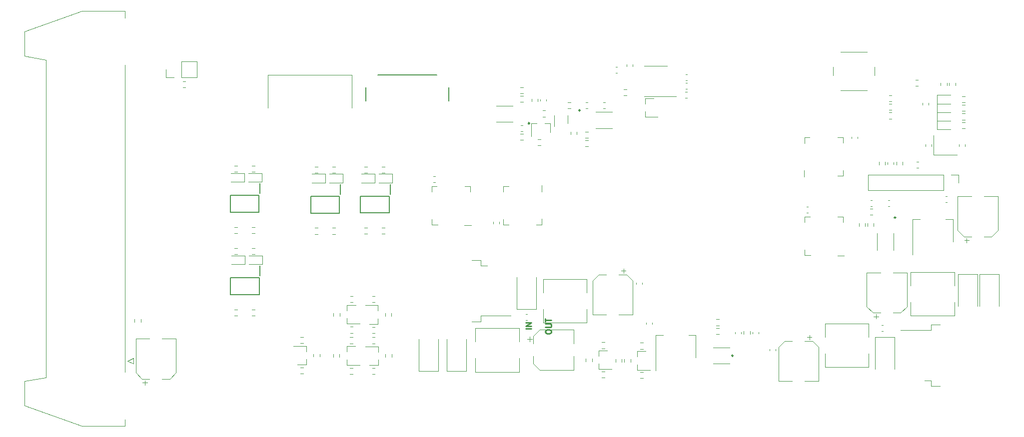
<source format=gbr>
%TF.GenerationSoftware,KiCad,Pcbnew,(6.0.2)*%
%TF.CreationDate,2022-06-14T20:32:41+02:00*%
%TF.ProjectId,SB-Spoko Bezpieczniki,53422d53-706f-46b6-9f20-42657a706965,rev?*%
%TF.SameCoordinates,Original*%
%TF.FileFunction,Legend,Top*%
%TF.FilePolarity,Positive*%
%FSLAX46Y46*%
G04 Gerber Fmt 4.6, Leading zero omitted, Abs format (unit mm)*
G04 Created by KiCad (PCBNEW (6.0.2)) date 2022-06-14 20:32:41*
%MOMM*%
%LPD*%
G01*
G04 APERTURE LIST*
%ADD10C,0.250000*%
%ADD11C,0.120000*%
%ADD12C,0.100000*%
%ADD13C,0.200000*%
G04 APERTURE END LIST*
D10*
X169882380Y-118656309D02*
X168882380Y-118656309D01*
X169882380Y-118180119D02*
X168882380Y-118180119D01*
X169882380Y-117608690D01*
X168882380Y-117608690D01*
X172242380Y-119232500D02*
X172242380Y-119042023D01*
X172290000Y-118946785D01*
X172385238Y-118851547D01*
X172575714Y-118803928D01*
X172909047Y-118803928D01*
X173099523Y-118851547D01*
X173194761Y-118946785D01*
X173242380Y-119042023D01*
X173242380Y-119232500D01*
X173194761Y-119327738D01*
X173099523Y-119422976D01*
X172909047Y-119470595D01*
X172575714Y-119470595D01*
X172385238Y-119422976D01*
X172290000Y-119327738D01*
X172242380Y-119232500D01*
X172242380Y-118375357D02*
X173051904Y-118375357D01*
X173147142Y-118327738D01*
X173194761Y-118280119D01*
X173242380Y-118184880D01*
X173242380Y-117994404D01*
X173194761Y-117899166D01*
X173147142Y-117851547D01*
X173051904Y-117803928D01*
X172242380Y-117803928D01*
X172242380Y-117470595D02*
X172242380Y-116899166D01*
X173242380Y-117184880D02*
X172242380Y-117184880D01*
D11*
%TO.C,C1*%
X164410000Y-100820580D02*
X164410000Y-100539420D01*
X163390000Y-100820580D02*
X163390000Y-100539420D01*
%TO.C,C2*%
X168909420Y-117210000D02*
X169190580Y-117210000D01*
X168909420Y-116190000D02*
X169190580Y-116190000D01*
%TO.C,C3*%
X229470580Y-119010000D02*
X229189420Y-119010000D01*
X229470580Y-117990000D02*
X229189420Y-117990000D01*
%TO.C,C7*%
X211250000Y-122079420D02*
X211250000Y-122360580D01*
X210230000Y-122079420D02*
X210230000Y-122360580D01*
%TO.C,FB1*%
X196282779Y-78450000D02*
X195957221Y-78450000D01*
X196282779Y-79470000D02*
X195957221Y-79470000D01*
%TO.C,FB2*%
X187020000Y-73817221D02*
X187020000Y-74142779D01*
X186000000Y-73817221D02*
X186000000Y-74142779D01*
%TO.C,C6*%
X187660000Y-110809420D02*
X187660000Y-111090580D01*
X188680000Y-110809420D02*
X188680000Y-111090580D01*
%TO.C,D18*%
X189150000Y-82710000D02*
X191310000Y-82710000D01*
X189150000Y-82710000D02*
X189150000Y-81780000D01*
X189150000Y-79550000D02*
X189150000Y-80480000D01*
X189150000Y-79550000D02*
X190610000Y-79550000D01*
%TO.C,JP1*%
X110590000Y-76000000D02*
X113190000Y-76000000D01*
X109320000Y-76000000D02*
X107990000Y-76000000D01*
X113190000Y-76000000D02*
X113190000Y-73340000D01*
X110590000Y-73340000D02*
X113190000Y-73340000D01*
X110590000Y-76000000D02*
X110590000Y-73340000D01*
X107990000Y-76000000D02*
X107990000Y-74670000D01*
%TO.C,C30*%
X224130000Y-86099420D02*
X224130000Y-86380580D01*
X225150000Y-86099420D02*
X225150000Y-86380580D01*
%TO.C,C31*%
X216469420Y-97930000D02*
X216750580Y-97930000D01*
X216469420Y-98950000D02*
X216750580Y-98950000D01*
%TO.C,C34*%
X243360000Y-87680580D02*
X243360000Y-87399420D01*
X242340000Y-87680580D02*
X242340000Y-87399420D01*
%TO.C,C27*%
X195979420Y-76990000D02*
X196260580Y-76990000D01*
X195979420Y-78010000D02*
X196260580Y-78010000D01*
%TO.C,C28*%
X195979420Y-75530000D02*
X196260580Y-75530000D01*
X195979420Y-76550000D02*
X196260580Y-76550000D01*
%TO.C,C32*%
X153279420Y-92820000D02*
X153560580Y-92820000D01*
X153279420Y-93840000D02*
X153560580Y-93840000D01*
%TO.C,C33*%
X230250000Y-90730580D02*
X230250000Y-90449420D01*
X231270000Y-90730580D02*
X231270000Y-90449420D01*
%TO.C,C29*%
X184435580Y-75280000D02*
X184154420Y-75280000D01*
X184435580Y-74260000D02*
X184154420Y-74260000D01*
%TO.C,D22*%
X240920000Y-83405000D02*
X238635000Y-83405000D01*
X238635000Y-84875000D02*
X240920000Y-84875000D01*
X238635000Y-83405000D02*
X238635000Y-84875000D01*
%TO.C,D15*%
X121957500Y-93750000D02*
X124242500Y-93750000D01*
X124242500Y-92280000D02*
X121957500Y-92280000D01*
X124242500Y-93750000D02*
X124242500Y-92280000D01*
%TO.C,D19*%
X238625000Y-80495000D02*
X240910000Y-80495000D01*
X238625000Y-79025000D02*
X238625000Y-80495000D01*
X240910000Y-79025000D02*
X238625000Y-79025000D01*
%TO.C,C35*%
X237700000Y-87680580D02*
X237700000Y-87399420D01*
X236680000Y-87680580D02*
X236680000Y-87399420D01*
%TO.C,C37*%
X240300580Y-96170000D02*
X240019420Y-96170000D01*
X240300580Y-97190000D02*
X240019420Y-97190000D01*
%TO.C,D21*%
X238635000Y-80485000D02*
X238635000Y-81955000D01*
X238635000Y-81955000D02*
X240920000Y-81955000D01*
X240920000Y-80485000D02*
X238635000Y-80485000D01*
%TO.C,D20*%
X238635000Y-81945000D02*
X238635000Y-83415000D01*
X240920000Y-81945000D02*
X238635000Y-81945000D01*
X238635000Y-83415000D02*
X240920000Y-83415000D01*
%TO.C,D12*%
X134940000Y-93870000D02*
X134940000Y-92400000D01*
X132655000Y-93870000D02*
X134940000Y-93870000D01*
X134940000Y-92400000D02*
X132655000Y-92400000D01*
%TO.C,D13*%
X144005000Y-93870000D02*
X146290000Y-93870000D01*
X146290000Y-92400000D02*
X144005000Y-92400000D01*
X146290000Y-93870000D02*
X146290000Y-92400000D01*
%TO.C,D14*%
X143330000Y-92400000D02*
X141045000Y-92400000D01*
X141045000Y-93870000D02*
X143330000Y-93870000D01*
X143330000Y-93870000D02*
X143330000Y-92400000D01*
%TO.C,R10*%
X133692258Y-92197500D02*
X133217742Y-92197500D01*
X133692258Y-91152500D02*
X133217742Y-91152500D01*
%TO.C,R37*%
X242837742Y-80282500D02*
X243312258Y-80282500D01*
X242837742Y-79237500D02*
X243312258Y-79237500D01*
%TO.C,R8*%
X120072258Y-116407500D02*
X119597742Y-116407500D01*
X120072258Y-115362500D02*
X119597742Y-115362500D01*
%TO.C,R19*%
X111272258Y-76687500D02*
X110797742Y-76687500D01*
X111272258Y-77732500D02*
X110797742Y-77732500D01*
%TO.C,R14*%
X142082258Y-91152500D02*
X141607742Y-91152500D01*
X142082258Y-92197500D02*
X141607742Y-92197500D01*
%TO.C,R20*%
X228777500Y-90352742D02*
X228777500Y-90827258D01*
X229822500Y-90352742D02*
X229822500Y-90827258D01*
%TO.C,R38*%
X242842742Y-82157500D02*
X243317258Y-82157500D01*
X242842742Y-83202500D02*
X243317258Y-83202500D01*
%TO.C,R3*%
X232742500Y-90352742D02*
X232742500Y-90827258D01*
X231697500Y-90352742D02*
X231697500Y-90827258D01*
%TO.C,R13*%
X145042258Y-92197500D02*
X144567742Y-92197500D01*
X145042258Y-91152500D02*
X144567742Y-91152500D01*
%TO.C,R7*%
X123032258Y-116407500D02*
X122557742Y-116407500D01*
X123032258Y-115362500D02*
X122557742Y-115362500D01*
%TO.C,R11*%
X136642258Y-101532500D02*
X136167742Y-101532500D01*
X136642258Y-102577500D02*
X136167742Y-102577500D01*
%TO.C,R9*%
X136652258Y-91152500D02*
X136177742Y-91152500D01*
X136652258Y-92197500D02*
X136177742Y-92197500D01*
%TO.C,R12*%
X133682258Y-101532500D02*
X133207742Y-101532500D01*
X133682258Y-102577500D02*
X133207742Y-102577500D01*
%TO.C,U15*%
X153879000Y-94521000D02*
X152979000Y-94521000D01*
X159479000Y-94521000D02*
X159479000Y-95421000D01*
X152979000Y-94521000D02*
X152979000Y-95421000D01*
X153979000Y-101021000D02*
X152979000Y-101021000D01*
X158529000Y-101071000D02*
X159679000Y-101071000D01*
X152979000Y-101021000D02*
X152979000Y-100121000D01*
X158579000Y-94521000D02*
X159479000Y-94521000D01*
%TO.C,C36*%
X247825563Y-103030000D02*
X246540000Y-103030000D01*
X248890000Y-101965563D02*
X248890000Y-96210000D01*
X248890000Y-96210000D02*
X246540000Y-96210000D01*
X247825563Y-103030000D02*
X248890000Y-101965563D01*
X243632500Y-104057500D02*
X243632500Y-103270000D01*
X243134437Y-103030000D02*
X244420000Y-103030000D01*
X242070000Y-96210000D02*
X244420000Y-96210000D01*
X243238750Y-103663750D02*
X244026250Y-103663750D01*
X242070000Y-101965563D02*
X242070000Y-96210000D01*
X243134437Y-103030000D02*
X242070000Y-101965563D01*
%TO.C,C5*%
X227764437Y-115930000D02*
X226700000Y-114865563D01*
X233520000Y-114865563D02*
X233520000Y-109110000D01*
X227868750Y-116563750D02*
X228656250Y-116563750D01*
X227764437Y-115930000D02*
X229050000Y-115930000D01*
X232455563Y-115930000D02*
X233520000Y-114865563D01*
X232455563Y-115930000D02*
X231170000Y-115930000D01*
X228262500Y-116957500D02*
X228262500Y-116170000D01*
X233520000Y-109110000D02*
X231170000Y-109110000D01*
X226700000Y-114865563D02*
X226700000Y-109110000D01*
X226700000Y-109110000D02*
X229050000Y-109110000D01*
%TO.C,U13*%
X222646000Y-86194000D02*
X221746000Y-86194000D01*
X216146000Y-86194000D02*
X217046000Y-86194000D01*
X216146000Y-87194000D02*
X216146000Y-86194000D01*
X222646000Y-92694000D02*
X221746000Y-92694000D01*
X222646000Y-91794000D02*
X222646000Y-92694000D01*
X216096000Y-91744000D02*
X216096000Y-92894000D01*
X222646000Y-87094000D02*
X222646000Y-86194000D01*
%TO.C,U14*%
X217066000Y-99674000D02*
X216166000Y-99674000D01*
X216166000Y-99674000D02*
X216166000Y-100574000D01*
X216166000Y-106174000D02*
X216166000Y-105274000D01*
X222666000Y-99674000D02*
X222666000Y-100574000D01*
X221766000Y-99674000D02*
X222666000Y-99674000D01*
X221716000Y-106224000D02*
X222866000Y-106224000D01*
X217166000Y-106174000D02*
X216166000Y-106174000D01*
%TO.C,U12*%
X171617500Y-100012500D02*
X171617500Y-101012500D01*
X165117500Y-95412500D02*
X165117500Y-94512500D01*
X165117500Y-100112500D02*
X165117500Y-101012500D01*
X165117500Y-101012500D02*
X166017500Y-101012500D01*
X171667500Y-95462500D02*
X171667500Y-94312500D01*
X171617500Y-101012500D02*
X170717500Y-101012500D01*
X165117500Y-94512500D02*
X166017500Y-94512500D01*
%TO.C,C9*%
X217485563Y-120710000D02*
X218550000Y-121774437D01*
X211730000Y-121774437D02*
X211730000Y-127530000D01*
X212794437Y-120710000D02*
X214080000Y-120710000D01*
X218550000Y-127530000D02*
X216200000Y-127530000D01*
X217485563Y-120710000D02*
X216200000Y-120710000D01*
X217381250Y-120076250D02*
X216593750Y-120076250D01*
X212794437Y-120710000D02*
X211730000Y-121774437D01*
X216987500Y-119682500D02*
X216987500Y-120470000D01*
X211730000Y-127530000D02*
X214080000Y-127530000D01*
X218550000Y-121774437D02*
X218550000Y-127530000D01*
%TO.C,R21*%
X131197258Y-120032500D02*
X130722742Y-120032500D01*
X131197258Y-121077500D02*
X130722742Y-121077500D01*
%TO.C,U3*%
X239080000Y-117960000D02*
X237580000Y-117960000D01*
X237580000Y-127410000D02*
X236480000Y-127410000D01*
X237580000Y-128360000D02*
X237580000Y-127410000D01*
X237580000Y-117960000D02*
X237580000Y-118910000D01*
X239080000Y-128360000D02*
X237580000Y-128360000D01*
X237580000Y-118910000D02*
X232455000Y-118910000D01*
%TO.C,C4*%
X171284437Y-118830000D02*
X177040000Y-118830000D01*
X169192500Y-120392500D02*
X169980000Y-120392500D01*
X170220000Y-124585563D02*
X171284437Y-125650000D01*
X169586250Y-119998750D02*
X169586250Y-120786250D01*
X170220000Y-119894437D02*
X170220000Y-121180000D01*
X171284437Y-125650000D02*
X177040000Y-125650000D01*
X177040000Y-125650000D02*
X177040000Y-123300000D01*
X170220000Y-119894437D02*
X171284437Y-118830000D01*
X170220000Y-124585563D02*
X170220000Y-123300000D01*
X177040000Y-118830000D02*
X177040000Y-121180000D01*
%TO.C,C8*%
X185881250Y-108836250D02*
X185093750Y-108836250D01*
X185985563Y-109470000D02*
X184700000Y-109470000D01*
X180230000Y-110534437D02*
X180230000Y-116290000D01*
X187050000Y-116290000D02*
X184700000Y-116290000D01*
X181294437Y-109470000D02*
X182580000Y-109470000D01*
X185985563Y-109470000D02*
X187050000Y-110534437D01*
X187050000Y-110534437D02*
X187050000Y-116290000D01*
X181294437Y-109470000D02*
X180230000Y-110534437D01*
X180230000Y-116290000D02*
X182580000Y-116290000D01*
X185487500Y-108442500D02*
X185487500Y-109230000D01*
%TO.C,Q5*%
X143890000Y-117840000D02*
X142430000Y-117840000D01*
X143890000Y-114680000D02*
X141730000Y-114680000D01*
X143890000Y-114680000D02*
X143890000Y-115610000D01*
X143890000Y-117840000D02*
X143890000Y-116910000D01*
%TO.C,L3*%
X160385000Y-120850000D02*
X160385000Y-118550000D01*
X160385000Y-118550000D02*
X167785000Y-118550000D01*
X167785000Y-125950000D02*
X160385000Y-125950000D01*
X167785000Y-123650000D02*
X167785000Y-125950000D01*
X160385000Y-125950000D02*
X160385000Y-123650000D01*
X167785000Y-118550000D02*
X167785000Y-120850000D01*
%TO.C,L1*%
X179260000Y-110210000D02*
X179260000Y-112510000D01*
X179260000Y-115310000D02*
X179260000Y-117610000D01*
X171860000Y-112510000D02*
X171860000Y-110210000D01*
X179260000Y-117610000D02*
X171860000Y-117610000D01*
X171860000Y-117610000D02*
X171860000Y-115310000D01*
X171860000Y-110210000D02*
X179260000Y-110210000D01*
%TO.C,FB3*%
X236110000Y-80354721D02*
X236110000Y-80680279D01*
X237130000Y-80354721D02*
X237130000Y-80680279D01*
%TO.C,R22*%
X131197258Y-126277500D02*
X130722742Y-126277500D01*
X131197258Y-125232500D02*
X130722742Y-125232500D01*
%TO.C,R39*%
X242842742Y-81742500D02*
X243317258Y-81742500D01*
X242842742Y-80697500D02*
X243317258Y-80697500D01*
%TO.C,Q2*%
X138640000Y-114650000D02*
X138640000Y-115580000D01*
X138640000Y-114650000D02*
X140100000Y-114650000D01*
X138640000Y-117810000D02*
X138640000Y-116880000D01*
X138640000Y-117810000D02*
X140800000Y-117810000D01*
%TO.C,R40*%
X242842742Y-84662500D02*
X243317258Y-84662500D01*
X242842742Y-83617500D02*
X243317258Y-83617500D01*
%TO.C,J1*%
X239670000Y-95210000D02*
X226910000Y-95210000D01*
X239670000Y-92550000D02*
X239670000Y-95210000D01*
X242270000Y-92550000D02*
X242270000Y-93880000D01*
X226910000Y-92550000D02*
X226910000Y-95210000D01*
X239670000Y-92550000D02*
X226910000Y-92550000D01*
X240940000Y-92550000D02*
X242270000Y-92550000D01*
%TO.C,Q4*%
X138620000Y-121620000D02*
X138620000Y-122550000D01*
X138620000Y-124780000D02*
X138620000Y-123850000D01*
X138620000Y-124780000D02*
X140780000Y-124780000D01*
X138620000Y-121620000D02*
X140080000Y-121620000D01*
%TO.C,Q1*%
X131720000Y-121590000D02*
X129560000Y-121590000D01*
X131720000Y-124750000D02*
X130260000Y-124750000D01*
X131720000Y-121590000D02*
X131720000Y-122520000D01*
X131720000Y-124750000D02*
X131720000Y-123820000D01*
%TO.C,Q3*%
X143900000Y-124800000D02*
X142440000Y-124800000D01*
X143900000Y-121640000D02*
X143900000Y-122570000D01*
X143900000Y-124800000D02*
X143900000Y-123870000D01*
X143900000Y-121640000D02*
X141740000Y-121640000D01*
%TO.C,R23*%
X132967500Y-122927742D02*
X132967500Y-123402258D01*
X134012500Y-122927742D02*
X134012500Y-123402258D01*
%TO.C,R47*%
X185987258Y-78057500D02*
X185512742Y-78057500D01*
X185987258Y-79102500D02*
X185512742Y-79102500D01*
%TO.C,R28*%
X139162742Y-119362500D02*
X139637258Y-119362500D01*
X139162742Y-118317500D02*
X139637258Y-118317500D01*
%TO.C,R29*%
X139162742Y-114142500D02*
X139637258Y-114142500D01*
X139162742Y-113097500D02*
X139637258Y-113097500D01*
%TO.C,R32*%
X139142742Y-121132500D02*
X139617258Y-121132500D01*
X139142742Y-120087500D02*
X139617258Y-120087500D01*
%TO.C,R33*%
X136317500Y-123437258D02*
X136317500Y-122962742D01*
X137362500Y-123437258D02*
X137362500Y-122962742D01*
%TO.C,R35*%
X143377258Y-126337500D02*
X142902742Y-126337500D01*
X143377258Y-125292500D02*
X142902742Y-125292500D01*
%TO.C,U2*%
X161275000Y-116460000D02*
X166400000Y-116460000D01*
X159775000Y-117410000D02*
X161275000Y-117410000D01*
X161275000Y-107960000D02*
X162375000Y-107960000D01*
X161275000Y-107010000D02*
X161275000Y-107960000D01*
X159775000Y-107010000D02*
X161275000Y-107010000D01*
X161275000Y-117410000D02*
X161275000Y-116460000D01*
%TO.C,R31*%
X139142742Y-126322500D02*
X139617258Y-126322500D01*
X139142742Y-125277500D02*
X139617258Y-125277500D01*
%TO.C,R30*%
X137382500Y-116467258D02*
X137382500Y-115992742D01*
X136337500Y-116467258D02*
X136337500Y-115992742D01*
%TO.C,R26*%
X143367258Y-118347500D02*
X142892742Y-118347500D01*
X143367258Y-119392500D02*
X142892742Y-119392500D01*
%TO.C,R34*%
X143377258Y-121147500D02*
X142902742Y-121147500D01*
X143377258Y-120102500D02*
X142902742Y-120102500D01*
%TO.C,SW1*%
X220990000Y-74220000D02*
X220990000Y-75720000D01*
X222240000Y-78220000D02*
X226740000Y-78220000D01*
X226740000Y-71720000D02*
X222240000Y-71720000D01*
X227990000Y-75720000D02*
X227990000Y-74220000D01*
%TO.C,R25*%
X143367258Y-113127500D02*
X142892742Y-113127500D01*
X143367258Y-114172500D02*
X142892742Y-114172500D01*
%TO.C,R36*%
X145147500Y-122977742D02*
X145147500Y-123452258D01*
X146192500Y-122977742D02*
X146192500Y-123452258D01*
%TO.C,R27*%
X146182500Y-116022742D02*
X146182500Y-116497258D01*
X145137500Y-116022742D02*
X145137500Y-116497258D01*
%TO.C,D3*%
X150810000Y-125820000D02*
X154110000Y-125820000D01*
X150810000Y-125820000D02*
X150810000Y-120420000D01*
X154110000Y-125820000D02*
X154110000Y-120420000D01*
%TO.C,D4*%
X249120000Y-109390000D02*
X249120000Y-114790000D01*
X249120000Y-109390000D02*
X245820000Y-109390000D01*
X245820000Y-109390000D02*
X245820000Y-114790000D01*
%TO.C,D16*%
X121282500Y-92280000D02*
X118997500Y-92280000D01*
X118997500Y-93750000D02*
X121282500Y-93750000D01*
X121282500Y-93750000D02*
X121282500Y-92280000D01*
%TO.C,D6*%
X245430000Y-109390000D02*
X245430000Y-114790000D01*
X242130000Y-109390000D02*
X242130000Y-114790000D01*
X245430000Y-109390000D02*
X242130000Y-109390000D01*
%TO.C,D5*%
X155500000Y-125800000D02*
X158800000Y-125800000D01*
X155500000Y-125800000D02*
X155500000Y-120400000D01*
X158800000Y-125800000D02*
X158800000Y-120400000D01*
%TO.C,D7*%
X167425000Y-115310000D02*
X170725000Y-115310000D01*
X170725000Y-115310000D02*
X170725000Y-109910000D01*
X167425000Y-115310000D02*
X167425000Y-109910000D01*
%TO.C,R15*%
X145037258Y-101522500D02*
X144562742Y-101522500D01*
X145037258Y-102567500D02*
X144562742Y-102567500D01*
%TO.C,D8*%
X231420000Y-120060000D02*
X231420000Y-125460000D01*
X231420000Y-120060000D02*
X228120000Y-120060000D01*
X228120000Y-120060000D02*
X228120000Y-125460000D01*
%TO.C,R16*%
X142077258Y-101522500D02*
X141602742Y-101522500D01*
X142077258Y-102567500D02*
X141602742Y-102567500D01*
%TO.C,J2*%
X102417500Y-124590000D02*
X102417500Y-123590000D01*
X84037500Y-127510000D02*
X87597500Y-126880000D01*
X102417500Y-123590000D02*
X101417500Y-124090000D01*
X84037500Y-68220000D02*
X93697500Y-64750000D01*
X101027500Y-65925000D02*
X101027500Y-64750000D01*
X87597500Y-73040000D02*
X84037500Y-72410000D01*
X84037500Y-131700000D02*
X84037500Y-127510000D01*
X93697500Y-135170000D02*
X84037500Y-131700000D01*
X93697500Y-64750000D02*
X101027500Y-64750000D01*
X101027500Y-125995000D02*
X101027500Y-73925000D01*
X101027500Y-135170000D02*
X101027500Y-133995000D01*
X101417500Y-124090000D02*
X102417500Y-124590000D01*
X101027500Y-135170000D02*
X93697500Y-135170000D01*
X87597500Y-126880000D02*
X87597500Y-73040000D01*
X84037500Y-72410000D02*
X84037500Y-68220000D01*
%TO.C,U11*%
X190935000Y-79235000D02*
X194385000Y-79235000D01*
X190935000Y-74115000D02*
X192885000Y-74115000D01*
X190935000Y-79235000D02*
X188985000Y-79235000D01*
X190935000Y-74115000D02*
X188985000Y-74115000D01*
D10*
%TO.C,IC6*%
X178150000Y-81620000D02*
G75*
G03*
X178150000Y-81620000I-125000J0D01*
G01*
D11*
%TO.C,C18*%
X168370580Y-85160000D02*
X168089420Y-85160000D01*
X168370580Y-84140000D02*
X168089420Y-84140000D01*
%TO.C,F1*%
X163937936Y-80820000D02*
X166742064Y-80820000D01*
X163937936Y-83540000D02*
X166742064Y-83540000D01*
%TO.C,R6*%
X120072258Y-104992500D02*
X119597742Y-104992500D01*
X120072258Y-106037500D02*
X119597742Y-106037500D01*
%TO.C,U4*%
X234470000Y-106100000D02*
X234470000Y-100090000D01*
X234470000Y-100090000D02*
X235730000Y-100090000D01*
X241290000Y-100090000D02*
X240030000Y-100090000D01*
X241290000Y-103850000D02*
X241290000Y-100090000D01*
%TO.C,Q6*%
X173040000Y-83850000D02*
X173040000Y-85310000D01*
X173040000Y-83850000D02*
X172110000Y-83850000D01*
X169880000Y-83850000D02*
X170810000Y-83850000D01*
X169880000Y-83850000D02*
X169880000Y-86010000D01*
%TO.C,R50*%
X240252500Y-76952742D02*
X240252500Y-77427258D01*
X239207500Y-76952742D02*
X239207500Y-77427258D01*
%TO.C,ILIM4*%
X201182742Y-119542500D02*
X201657258Y-119542500D01*
X201182742Y-118497500D02*
X201657258Y-118497500D01*
%TO.C,IMON2*%
X227697258Y-98277500D02*
X227222742Y-98277500D01*
X227697258Y-99322500D02*
X227222742Y-99322500D01*
D12*
%TO.C,J3*%
X139480000Y-75635000D02*
X139480000Y-81195000D01*
X125220000Y-81195000D02*
X125220000Y-75635000D01*
X125220000Y-75635000D02*
X139480000Y-75635000D01*
D11*
%TO.C,L2*%
X227000000Y-122840000D02*
X227000000Y-125140000D01*
X219600000Y-125140000D02*
X219600000Y-122840000D01*
X219600000Y-117740000D02*
X227000000Y-117740000D01*
X227000000Y-117740000D02*
X227000000Y-120040000D01*
X227000000Y-125140000D02*
X219600000Y-125140000D01*
X219600000Y-120040000D02*
X219600000Y-117740000D01*
%TO.C,R55*%
X186655000Y-123790242D02*
X186655000Y-124264758D01*
X185610000Y-123790242D02*
X185610000Y-124264758D01*
%TO.C,Q8*%
X187802500Y-122447500D02*
X187802500Y-123377500D01*
X187802500Y-125607500D02*
X187802500Y-124677500D01*
X187802500Y-125607500D02*
X189962500Y-125607500D01*
X187802500Y-122447500D02*
X189262500Y-122447500D01*
%TO.C,ILIM5*%
X226827500Y-101247258D02*
X226827500Y-100772742D01*
X227872500Y-101247258D02*
X227872500Y-100772742D01*
%TO.C,R52*%
X235397258Y-77512500D02*
X234922742Y-77512500D01*
X235397258Y-76467500D02*
X234922742Y-76467500D01*
%TO.C,C39*%
X207340000Y-119460580D02*
X207340000Y-119179420D01*
X208360000Y-119460580D02*
X208360000Y-119179420D01*
%TO.C,F3*%
X228470000Y-105292064D02*
X228470000Y-102487936D01*
X231190000Y-105292064D02*
X231190000Y-102487936D01*
%TO.C,R17*%
X181819753Y-121972500D02*
X182294269Y-121972500D01*
X181819753Y-120927500D02*
X182294269Y-120927500D01*
D10*
%TO.C,IC5*%
X231602500Y-99785000D02*
G75*
G03*
X231602500Y-99785000I-125000J0D01*
G01*
D11*
%TO.C,R1*%
X230432742Y-83022500D02*
X230907258Y-83022500D01*
X230432742Y-81977500D02*
X230907258Y-81977500D01*
%TO.C,D11*%
X135612500Y-93875000D02*
X137897500Y-93875000D01*
X137897500Y-92405000D02*
X135612500Y-92405000D01*
X137897500Y-93875000D02*
X137897500Y-92405000D01*
%TO.C,C19*%
X182350580Y-81300000D02*
X182069420Y-81300000D01*
X182350580Y-80280000D02*
X182069420Y-80280000D01*
%TO.C,ILIM3*%
X201177742Y-118082500D02*
X201652258Y-118082500D01*
X201177742Y-117037500D02*
X201652258Y-117037500D01*
%TO.C,R45*%
X122992258Y-91032500D02*
X122517742Y-91032500D01*
X122992258Y-92077500D02*
X122517742Y-92077500D01*
D13*
%TO.C,O2*%
X137370000Y-99025000D02*
X132470000Y-99025000D01*
X137525000Y-94125000D02*
X137525000Y-95825000D01*
X132470000Y-99025000D02*
X132470000Y-96175000D01*
X132470000Y-96175000D02*
X137370000Y-96175000D01*
X137370000Y-96175000D02*
X137370000Y-99025000D01*
D11*
%TO.C,R60*%
X171772742Y-81647500D02*
X172247258Y-81647500D01*
X171772742Y-82692500D02*
X172247258Y-82692500D01*
%TO.C,R53*%
X188799758Y-122070000D02*
X188325242Y-122070000D01*
X188799758Y-121025000D02*
X188325242Y-121025000D01*
%TO.C,ILIM7*%
X179487258Y-86272500D02*
X179012742Y-86272500D01*
X179487258Y-85227500D02*
X179012742Y-85227500D01*
%TO.C,R49*%
X120042258Y-102447500D02*
X119567742Y-102447500D01*
X120042258Y-101402500D02*
X119567742Y-101402500D01*
%TO.C,F2*%
X200627936Y-124590000D02*
X203432064Y-124590000D01*
X200627936Y-121870000D02*
X203432064Y-121870000D01*
%TO.C,Y1*%
X238020000Y-85890000D02*
X238020000Y-89190000D01*
X238020000Y-89190000D02*
X242020000Y-89190000D01*
%TO.C,R2*%
X230432742Y-81562500D02*
X230907258Y-81562500D01*
X230432742Y-80517500D02*
X230907258Y-80517500D01*
%TO.C,R54*%
X102657500Y-117517258D02*
X102657500Y-117042742D01*
X103702500Y-117517258D02*
X103702500Y-117042742D01*
%TO.C,Q7*%
X181297011Y-122350000D02*
X181297011Y-123280000D01*
X181297011Y-125510000D02*
X181297011Y-124580000D01*
X181297011Y-125510000D02*
X183457011Y-125510000D01*
X181297011Y-122350000D02*
X182757011Y-122350000D01*
%TO.C,R4*%
X230437742Y-79057500D02*
X230912258Y-79057500D01*
X230437742Y-80102500D02*
X230912258Y-80102500D01*
%TO.C,R59*%
X170952742Y-87562500D02*
X171427258Y-87562500D01*
X170952742Y-86517500D02*
X171427258Y-86517500D01*
%TO.C,ILIM1*%
X167982742Y-77707500D02*
X168457258Y-77707500D01*
X167982742Y-78752500D02*
X168457258Y-78752500D01*
%TO.C,C15*%
X227600580Y-96830000D02*
X227319420Y-96830000D01*
X227600580Y-97850000D02*
X227319420Y-97850000D01*
D10*
%TO.C,IC4*%
X204070000Y-123200000D02*
G75*
G03*
X204070000Y-123200000I-125000J0D01*
G01*
D13*
%TO.C,O1*%
X118860000Y-110005000D02*
X123760000Y-110005000D01*
X123760000Y-110005000D02*
X123760000Y-112855000D01*
X123915000Y-107955000D02*
X123915000Y-109655000D01*
X118860000Y-112855000D02*
X118860000Y-110005000D01*
X123760000Y-112855000D02*
X118860000Y-112855000D01*
D11*
%TO.C,C20*%
X179109420Y-81290000D02*
X179390580Y-81290000D01*
X179109420Y-80270000D02*
X179390580Y-80270000D01*
%TO.C,U5*%
X176060000Y-83860000D02*
X176060000Y-82460000D01*
X173740000Y-82460000D02*
X173740000Y-84360000D01*
%TO.C,U6*%
X190920000Y-125740000D02*
X190920000Y-119730000D01*
X190920000Y-119730000D02*
X192180000Y-119730000D01*
X197740000Y-119730000D02*
X196480000Y-119730000D01*
X197740000Y-123490000D02*
X197740000Y-119730000D01*
D13*
%TO.C,O3*%
X140880000Y-99015000D02*
X140880000Y-96165000D01*
X140880000Y-96165000D02*
X145780000Y-96165000D01*
X145935000Y-94115000D02*
X145935000Y-95815000D01*
X145780000Y-96165000D02*
X145780000Y-99015000D01*
X145780000Y-99015000D02*
X140880000Y-99015000D01*
D10*
%TO.C,IC2*%
X169580000Y-83820000D02*
G75*
G03*
X169580000Y-83820000I-125000J0D01*
G01*
D11*
%TO.C,R61*%
X176527258Y-80257500D02*
X176052742Y-80257500D01*
X176527258Y-81302500D02*
X176052742Y-81302500D01*
%TO.C,C21*%
X189300000Y-117870580D02*
X189300000Y-117589420D01*
X190320000Y-117870580D02*
X190320000Y-117589420D01*
%TO.C,R46*%
X120032258Y-91032500D02*
X119557742Y-91032500D01*
X120032258Y-92077500D02*
X119557742Y-92077500D01*
%TO.C,R42*%
X188325242Y-127040000D02*
X188799758Y-127040000D01*
X188325242Y-125995000D02*
X188799758Y-125995000D01*
%TO.C,C17*%
X172400000Y-80030580D02*
X172400000Y-79749420D01*
X171380000Y-80030580D02*
X171380000Y-79749420D01*
%TO.C,R5*%
X123032258Y-104992500D02*
X122557742Y-104992500D01*
X123032258Y-106037500D02*
X122557742Y-106037500D01*
%TO.C,R43*%
X167992742Y-85587500D02*
X168467258Y-85587500D01*
X167992742Y-86632500D02*
X168467258Y-86632500D01*
%TO.C,R41*%
X180139511Y-123692742D02*
X180139511Y-124167258D01*
X179094511Y-123692742D02*
X179094511Y-124167258D01*
%TO.C,IMON3*%
X176517500Y-85232742D02*
X176517500Y-85707258D01*
X177562500Y-85232742D02*
X177562500Y-85707258D01*
%TO.C,D1*%
X124280000Y-107710000D02*
X124280000Y-106240000D01*
X124280000Y-106240000D02*
X121995000Y-106240000D01*
X121995000Y-107710000D02*
X124280000Y-107710000D01*
D13*
%TO.C,J4*%
X155900000Y-77750000D02*
X155900000Y-77750000D01*
X141800000Y-77750000D02*
X141800000Y-80000000D01*
X143850000Y-75600000D02*
X153850000Y-75600000D01*
X153850000Y-75600000D02*
X153850000Y-75600000D01*
X141800000Y-77750000D02*
X141800000Y-77750000D01*
X141800000Y-80000000D02*
X141800000Y-77750000D01*
X155900000Y-80000000D02*
X155900000Y-77750000D01*
X155900000Y-77750000D02*
X155900000Y-80000000D01*
X143850000Y-75600000D02*
X143850000Y-75600000D01*
X141800000Y-80000000D02*
X141800000Y-80000000D01*
X155900000Y-80000000D02*
X155900000Y-80000000D01*
X153850000Y-75600000D02*
X143850000Y-75600000D01*
D11*
%TO.C,R48*%
X123002258Y-101402500D02*
X122527742Y-101402500D01*
X123002258Y-102447500D02*
X122527742Y-102447500D01*
%TO.C,CLAMP1*%
X205440000Y-119465580D02*
X205440000Y-119184420D01*
X204420000Y-119465580D02*
X204420000Y-119184420D01*
%TO.C,C25*%
X102840000Y-120340000D02*
X105190000Y-120340000D01*
X103904437Y-127160000D02*
X102840000Y-126095563D01*
X108595563Y-127160000D02*
X107310000Y-127160000D01*
X109660000Y-126095563D02*
X109660000Y-120340000D01*
X104402500Y-128187500D02*
X104402500Y-127400000D01*
X108595563Y-127160000D02*
X109660000Y-126095563D01*
X103904437Y-127160000D02*
X105190000Y-127160000D01*
X102840000Y-126095563D02*
X102840000Y-120340000D01*
X104008750Y-127793750D02*
X104796250Y-127793750D01*
X109660000Y-120340000D02*
X107310000Y-120340000D01*
D13*
%TO.C,O5*%
X118840000Y-98895000D02*
X118840000Y-96045000D01*
X123740000Y-96045000D02*
X123740000Y-98895000D01*
X118840000Y-96045000D02*
X123740000Y-96045000D01*
X123895000Y-93995000D02*
X123895000Y-95695000D01*
X123740000Y-98895000D02*
X118840000Y-98895000D01*
D11*
%TO.C,R51*%
X240667500Y-76952742D02*
X240667500Y-77427258D01*
X241712500Y-76952742D02*
X241712500Y-77427258D01*
%TO.C,R44*%
X206912500Y-119557258D02*
X206912500Y-119082742D01*
X205867500Y-119557258D02*
X205867500Y-119082742D01*
%TO.C,F4*%
X183532064Y-81910000D02*
X180727936Y-81910000D01*
X183532064Y-84630000D02*
X180727936Y-84630000D01*
%TO.C,D2*%
X121320000Y-106240000D02*
X119035000Y-106240000D01*
X119035000Y-107710000D02*
X121320000Y-107710000D01*
X121320000Y-107710000D02*
X121320000Y-106240000D01*
%TO.C,L4*%
X234140000Y-111340000D02*
X234140000Y-109040000D01*
X234140000Y-109040000D02*
X241540000Y-109040000D01*
X234140000Y-116440000D02*
X234140000Y-114140000D01*
X241540000Y-109040000D02*
X241540000Y-111340000D01*
X241540000Y-116440000D02*
X234140000Y-116440000D01*
X241540000Y-114140000D02*
X241540000Y-116440000D01*
%TO.C,ILIM6*%
X225367500Y-101247258D02*
X225367500Y-100772742D01*
X226412500Y-101247258D02*
X226412500Y-100772742D01*
%TO.C,ILIM8*%
X179487258Y-86687500D02*
X179012742Y-86687500D01*
X179487258Y-87732500D02*
X179012742Y-87732500D01*
%TO.C,R56*%
X185195000Y-123790242D02*
X185195000Y-124264758D01*
X184150000Y-123790242D02*
X184150000Y-124264758D01*
%TO.C,C16*%
X230279420Y-97850000D02*
X230560580Y-97850000D01*
X230279420Y-96830000D02*
X230560580Y-96830000D01*
%TO.C,ILIM2*%
X167982742Y-80212500D02*
X168457258Y-80212500D01*
X167982742Y-79167500D02*
X168457258Y-79167500D01*
%TO.C,R18*%
X182294269Y-126932500D02*
X181819753Y-126932500D01*
X182294269Y-125887500D02*
X181819753Y-125887500D01*
%TO.C,L5*%
X235442779Y-91360000D02*
X235117221Y-91360000D01*
X235442779Y-90340000D02*
X235117221Y-90340000D01*
%TO.C,IMON1*%
X169907500Y-80127258D02*
X169907500Y-79652742D01*
X170952500Y-80127258D02*
X170952500Y-79652742D01*
%TD*%
M02*

</source>
